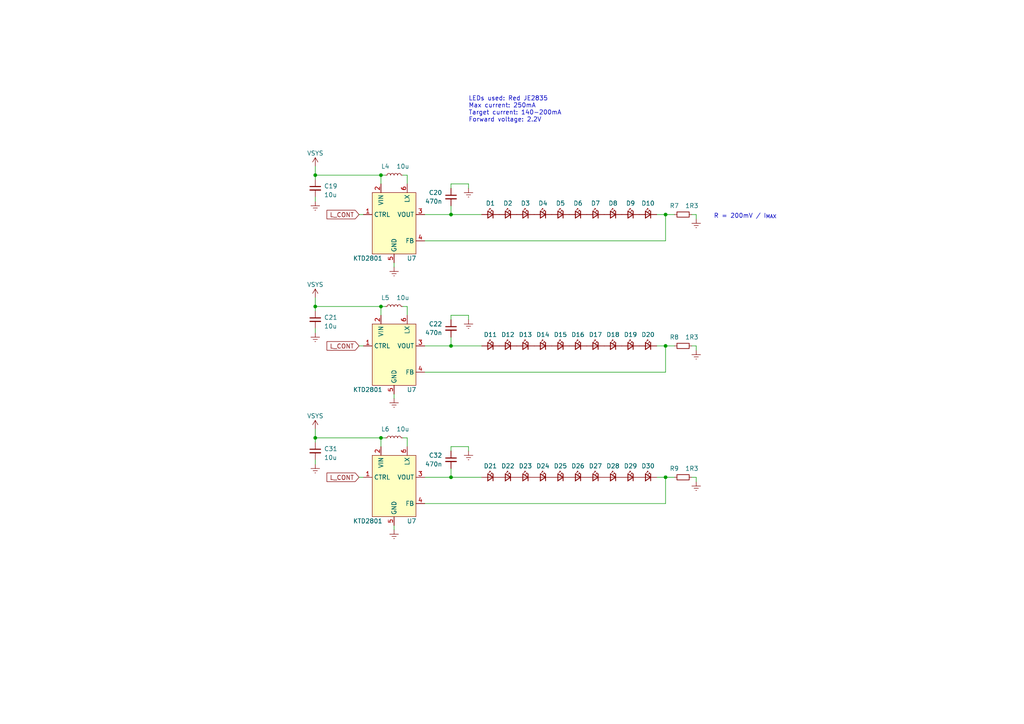
<source format=kicad_sch>
(kicad_sch (version 20230121) (generator eeschema)
  (paper "A4")
  (title_block (title "Aitken - Lights") (date "2023-10-29") (rev "0.1") (company "b1u3-22"))
  (lib_symbols
    (symbol "Device:C_Small" (pin_numbers hide) (pin_names (offset 0.254) hide)
      (property "Reference" "C" (at 0.254 1.778 0))
      (property "Value" "C_Small" (at 0.254 -2.032 0))
      (symbol "C_Small_0_1"
        (polyline (pts (xy -1.524 -0.508) (xy 1.524 -0.508)) (stroke (width 0.3302)))
        (polyline (pts (xy -1.524 0.508) (xy 1.524 0.508)) (stroke (width 0.3048)))
      )
      (symbol "C_Small_1_1"
        (pin passive line (at 0 2.54 270) (length 2.032) (name "~") (number "1"))
        (pin passive line (at 0 -2.54 90) (length 2.032) (name "~") (number "2"))
      )
    )
    (symbol "Device:LED_Small" (pin_numbers hide) (pin_names (offset 0.254) hide)
      (property "Reference" "D" (at -1.27 3.175 0))
      (property "Value" "LED_Small" (at -4.445 -2.54 0))
      (symbol "LED_Small_0_1"
        (polyline (pts (xy -0.762 -1.016) (xy -0.762 1.016)) (stroke (width 0.254)))
        (polyline (pts (xy 1.016 0) (xy -0.762 0)))
        (polyline (pts (xy 0.762 -1.016) (xy -0.762 0) (xy 0.762 1.016) (xy 0.762 -1.016)) (stroke (width 0.254)))
        (polyline (pts (xy 0 0.762) (xy -0.508 1.27) (xy -0.254 1.27) (xy -0.508 1.27) (xy -0.508 1.016)))
        (polyline (pts (xy 0.508 1.27) (xy 0 1.778) (xy 0.254 1.778) (xy 0 1.778) (xy 0 1.524)))
      )
      (symbol "LED_Small_1_1"
        (pin passive line (at -2.54 0 0) (length 1.778) (name "K") (number "1"))
        (pin passive line (at 2.54 0 180) (length 1.778) (name "A") (number "2"))
      )
    )
    (symbol "Device:L_Small" (pin_numbers hide) (pin_names (offset 0.254) hide)
      (property "Reference" "L" (at 0.762 1.016 0))
      (property "Value" "L_Small" (at 0.762 -1.016 0))
      (symbol "L_Small_0_1"
        (arc (start 0 -2.032) (mid 0.5058 -1.524) (end 0 -1.016))
        (arc (start 0 -1.016) (mid 0.5058 -0.508) (end 0 0))
        (arc (start 0 0) (mid 0.5058 0.508) (end 0 1.016))
        (arc (start 0 1.016) (mid 0.5058 1.524) (end 0 2.032))
      )
      (symbol "L_Small_1_1"
        (pin passive line (at 0 2.54 270) (length 0.508) (name "~") (number "1"))
        (pin passive line (at 0 -2.54 90) (length 0.508) (name "~") (number "2"))
      )
    )
    (symbol "Device:R_Small" (pin_numbers hide) (pin_names (offset 0.254) hide)
      (property "Reference" "R" (at 0.762 0.508 0))
      (property "Value" "R_Small" (at 0.762 -1.016 0))
      (symbol "R_Small_0_1"
        (rectangle (start -0.762 1.778) (end 0.762 -1.778) (stroke (width 0.2032)))
      )
      (symbol "R_Small_1_1"
        (pin passive line (at 0 2.54 270) (length 0.762) (name "~") (number "1"))
        (pin passive line (at 0 -2.54 90) (length 0.762) (name "~") (number "2"))
      )
    )
    (symbol "Drivers_LED:KTD2801"
      (property "Reference" "U" (at 8.89 -5.08 0))
      (property "Value" "KTD2801" (at -3.81 -5.08 0))
      (symbol "KTD2801_1_1"
        (rectangle (start -3.81 13.97) (end 8.89 -3.81) (fill (type background)))
        (pin input line (at -6.35 7.62 0) (length 2.54) (name "CTRL") (number "1"))
        (pin power_in line (at -1.27 16.51 270) (length 2.54) (name "VIN") (number "2"))
        (pin power_out line (at 11.43 7.62 180) (length 2.54) (name "VOUT") (number "3"))
        (pin input line (at 11.43 0 180) (length 2.54) (name "FB") (number "4"))
        (pin passive line (at 2.54 -6.35 90) (length 2.54) (name "GND") (number "5"))
        (pin passive line (at 6.35 16.51 270) (length 2.54) (name "LX") (number "6"))
      )
    )
    (symbol "more_power:VSYS" (power) (pin_names (offset 0))
      (property "Value" "VSYS" (at 0 3.81 0))
      (symbol "VSYS_0_1"
        (polyline (pts (xy -0.762 1.27) (xy 0 2.54)))
        (polyline (pts (xy 0 0) (xy 0 2.54)))
        (polyline (pts (xy 0 2.54) (xy 0.762 1.27)))
      )
      (symbol "VSYS_1_1"
        (pin power_in line (at 0 0 90) (length 0) hide (name "VSYS") (number "1"))
      )
    )
    (symbol "power:Earth" (power) (pin_names (offset 0))
      (symbol "Earth_0_1"
        (polyline (pts (xy -0.635 -1.905) (xy 0.635 -1.905)))
        (polyline (pts (xy -0.127 -2.54) (xy 0.127 -2.54)))
        (polyline (pts (xy 0 -1.27) (xy 0 0)))
        (polyline (pts (xy 1.27 -1.27) (xy -1.27 -1.27)))
      )
      (symbol "Earth_1_1"
        (pin power_in line (at 0 0 270) (length 0) hide (name "Earth") (number "1"))
      )
    )
  )
  (junction (at 91.44 88.9))
  (junction (at 130.81 100.33))
  (junction (at 91.44 127))
  (junction (at 193.04 138.43))
  (junction (at 91.44 50.8))
  (junction (at 130.81 138.43))
  (junction (at 193.04 100.33))
  (junction (at 110.49 127))
  (junction (at 193.04 62.23))
  (junction (at 130.81 62.23))
  (junction (at 110.49 50.8))
  (junction (at 110.49 88.9))
  (wire (pts (xy 200.66 100.33) (xy 201.93 100.33)))
  (wire (pts (xy 91.44 50.8) (xy 91.44 52.07)))
  (wire (pts (xy 201.93 100.33) (xy 201.93 101.6)))
  (wire (pts (xy 114.3 76.2) (xy 114.3 77.47)))
  (wire (pts (xy 104.14 100.33) (xy 105.41 100.33)))
  (wire (pts (xy 193.04 107.95) (xy 193.04 100.33)))
  (wire (pts (xy 123.19 69.85) (xy 193.04 69.85)))
  (wire (pts (xy 201.93 62.23) (xy 201.93 63.5)))
  (wire (pts (xy 110.49 127) (xy 111.76 127)))
  (wire (pts (xy 130.81 138.43) (xy 130.81 135.89)))
  (wire (pts (xy 130.81 130.81) (xy 130.81 129.54)))
  (wire (pts (xy 130.81 100.33) (xy 139.7 100.33)))
  (wire (pts (xy 91.44 88.9) (xy 91.44 90.17)))
  (wire (pts (xy 190.5 100.33) (xy 193.04 100.33)))
  (wire (pts (xy 91.44 57.15) (xy 91.44 58.42)))
  (wire (pts (xy 130.81 92.71) (xy 130.81 91.44)))
  (wire (pts (xy 110.49 91.44) (xy 110.49 88.9)))
  (wire (pts (xy 114.3 114.3) (xy 114.3 115.57)))
  (wire (pts (xy 91.44 133.35) (xy 91.44 134.62)))
  (wire (pts (xy 116.84 127) (xy 118.11 127)))
  (wire (pts (xy 130.81 129.54) (xy 135.89 129.54)))
  (wire (pts (xy 110.49 127) (xy 91.44 127)))
  (wire (pts (xy 110.49 129.54) (xy 110.49 127)))
  (wire (pts (xy 118.11 127) (xy 118.11 129.54)))
  (wire (pts (xy 130.81 62.23) (xy 139.7 62.23)))
  (wire (pts (xy 91.44 127) (xy 91.44 128.27)))
  (wire (pts (xy 193.04 100.33) (xy 195.58 100.33)))
  (wire (pts (xy 114.3 152.4) (xy 114.3 153.67)))
  (wire (pts (xy 135.89 129.54) (xy 135.89 130.81)))
  (wire (pts (xy 110.49 53.34) (xy 110.49 50.8)))
  (wire (pts (xy 193.04 138.43) (xy 195.58 138.43)))
  (wire (pts (xy 190.5 62.23) (xy 193.04 62.23)))
  (wire (pts (xy 116.84 88.9) (xy 118.11 88.9)))
  (wire (pts (xy 91.44 127) (xy 91.44 124.46)))
  (wire (pts (xy 118.11 50.8) (xy 118.11 53.34)))
  (wire (pts (xy 200.66 138.43) (xy 201.93 138.43)))
  (wire (pts (xy 104.14 62.23) (xy 105.41 62.23)))
  (wire (pts (xy 130.81 54.61) (xy 130.81 53.34)))
  (wire (pts (xy 110.49 50.8) (xy 91.44 50.8)))
  (wire (pts (xy 104.14 138.43) (xy 105.41 138.43)))
  (wire (pts (xy 193.04 62.23) (xy 195.58 62.23)))
  (wire (pts (xy 123.19 62.23) (xy 130.81 62.23)))
  (wire (pts (xy 110.49 88.9) (xy 91.44 88.9)))
  (wire (pts (xy 123.19 146.05) (xy 193.04 146.05)))
  (wire (pts (xy 91.44 50.8) (xy 91.44 48.26)))
  (wire (pts (xy 123.19 107.95) (xy 193.04 107.95)))
  (wire (pts (xy 110.49 88.9) (xy 111.76 88.9)))
  (wire (pts (xy 135.89 91.44) (xy 135.89 92.71)))
  (wire (pts (xy 130.81 62.23) (xy 130.81 59.69)))
  (wire (pts (xy 130.81 91.44) (xy 135.89 91.44)))
  (wire (pts (xy 116.84 50.8) (xy 118.11 50.8)))
  (wire (pts (xy 91.44 95.25) (xy 91.44 96.52)))
  (wire (pts (xy 201.93 138.43) (xy 201.93 139.7)))
  (wire (pts (xy 110.49 50.8) (xy 111.76 50.8)))
  (wire (pts (xy 91.44 88.9) (xy 91.44 86.36)))
  (wire (pts (xy 193.04 69.85) (xy 193.04 62.23)))
  (wire (pts (xy 130.81 138.43) (xy 139.7 138.43)))
  (wire (pts (xy 118.11 88.9) (xy 118.11 91.44)))
  (wire (pts (xy 193.04 146.05) (xy 193.04 138.43)))
  (wire (pts (xy 123.19 138.43) (xy 130.81 138.43)))
  (wire (pts (xy 123.19 100.33) (xy 130.81 100.33)))
  (wire (pts (xy 190.5 138.43) (xy 193.04 138.43)))
  (wire (pts (xy 130.81 100.33) (xy 130.81 97.79)))
  (wire (pts (xy 135.89 53.34) (xy 135.89 54.61)))
  (wire (pts (xy 200.66 62.23) (xy 201.93 62.23)))
  (wire (pts (xy 130.81 53.34) (xy 135.89 53.34)))
  (text "R = 200mV / I_{MAX}" (at 207.01 63.5 0) (effects (font (size 1.27 1.27)) (justify left bottom)))
  (text "LEDs used: Red JE2835\nMax current: 250mA\nTarget current: 140-200mA\nForward voltage: 2.2V" (at 135.89 35.56 0) (effects (font (size 1.27 1.27)) (justify left bottom)))
  (global_label "L_CONT" (shape input) (at 104.14 138.43 180) (property "Intersheetrefs" "${INTERSHEET_REFS}" (effects hide)))
  (global_label "L_CONT" (shape input) (at 104.14 100.33 180) (property "Intersheetrefs" "${INTERSHEET_REFS}" (effects hide)))
  (global_label "L_CONT" (shape input) (at 104.14 62.23 180) (property "Intersheetrefs" "${INTERSHEET_REFS}" (effects hide)))
  (symbol (lib_id "Drivers_LED:KTD2801") (at 111.76 69.85 0) (unit 1)
    (property "Reference" "U7" (at 119.38 74.93 0))
    (property "Value" "KTD2801" (at 106.68 74.93 0))
    (property "Footprint" "Package_DFN_QFN:DFN-6-1EP_2x2mm_P0.65mm_EP1x1.6mm" (effects hide))
    (property "Datasheet" "https://www.kinet-ic.com/uploads/KTD2801-04b.pdf" (effects hide))
  )
  (symbol (lib_id "Device:C_Small") (at 130.81 95.25 0) (mirror y) (unit 1)
    (property "Reference" "C22" (at 128.27 93.98 0) (effects (justify left)))
    (property "Value" "470n" (at 128.27 96.52 0) (effects (justify left)))
    (property "Footprint" "Capacitor_SMD:C_0805_2012Metric" (effects hide))
  )
  (symbol (lib_id "Device:LED_Small") (at 147.32 62.23 0) (mirror y) (unit 1)
    (property "Reference" "D2" (at 147.32 59.69 0) (effects (justify bottom)))
    (property "Value" "LED" (effects hide))
    (property "Footprint" "SMD-1411:LED_EAHC2835WD6" (effects hide))
  )
  (symbol (lib_id "Device:LED_Small") (at 172.72 138.43 0) (mirror y) (unit 1)
    (property "Reference" "D27" (at 172.72 135.89 0) (effects (justify bottom)))
    (property "Value" "LED" (effects hide))
    (property "Footprint" "SMD-1411:LED_EAHC2835WD6" (effects hide))
  )
  (symbol (lib_id "Device:C_Small") (at 91.44 130.81 0) (unit 1)
    (property "Reference" "C31" (at 93.98 130.1813 0) (effects (justify left)))
    (property "Value" "10u" (at 93.98 132.7213 0) (effects (justify left)))
    (property "Footprint" "Capacitor_SMD:C_0603_1608Metric" (effects hide))
  )
  (symbol (lib_id "Drivers_LED:KTD2801") (at 111.76 107.95 0) (unit 1)
    (property "Reference" "U7" (at 119.38 113.03 0))
    (property "Value" "KTD2801" (at 106.68 113.03 0))
    (property "Footprint" "Package_DFN_QFN:DFN-6-1EP_2x2mm_P0.65mm_EP1x1.6mm" (effects hide))
    (property "Datasheet" "https://www.kinet-ic.com/uploads/KTD2801-04b.pdf" (effects hide))
    (instances (project "Aitken" (path "" (reference "U7") (unit 1)) (path "" (reference "U8") (unit 1))))
  )
  (symbol (lib_id "Device:C_Small") (at 91.44 54.61 0) (unit 1)
    (property "Reference" "C19" (at 93.98 53.9813 0) (effects (justify left)))
    (property "Value" "10u" (at 93.98 56.5213 0) (effects (justify left)))
    (property "Footprint" "Capacitor_SMD:C_0603_1608Metric" (effects hide))
  )
  (symbol (lib_id "Device:LED_Small") (at 177.8 62.23 0) (mirror y) (unit 1)
    (property "Reference" "D8" (at 177.8 59.69 0) (effects (justify bottom)))
    (property "Value" "LED" (effects hide))
    (property "Footprint" "SMD-1411:LED_EAHC2835WD6" (effects hide))
  )
  (symbol (lib_id "Device:LED_Small") (at 172.72 62.23 0) (mirror y) (unit 1)
    (property "Reference" "D7" (at 172.72 59.69 0) (effects (justify bottom)))
    (property "Value" "LED" (effects hide))
    (property "Footprint" "SMD-1411:LED_EAHC2835WD6" (effects hide))
  )
  (symbol (lib_id "Device:LED_Small") (at 182.88 138.43 0) (mirror y) (unit 1)
    (property "Reference" "D29" (at 182.88 135.89 0) (effects (justify bottom)))
    (property "Value" "LED" (effects hide))
    (property "Footprint" "SMD-1411:LED_EAHC2835WD6" (effects hide))
  )
  (symbol (lib_id "Device:LED_Small") (at 157.48 62.23 0) (mirror y) (unit 1)
    (property "Reference" "D4" (at 157.48 59.69 0) (effects (justify bottom)))
    (property "Value" "LED" (effects hide))
    (property "Footprint" "SMD-1411:LED_EAHC2835WD6" (effects hide))
  )
  (symbol (lib_id "Device:LED_Small") (at 142.24 100.33 0) (mirror y) (unit 1)
    (property "Reference" "D11" (at 142.24 97.79 0) (effects (justify bottom)))
    (property "Value" "LED" (effects hide))
    (property "Footprint" "SMD-1411:LED_EAHC2835WD6" (effects hide))
  )
  (symbol (lib_id "power:Earth") (at 135.89 130.81 0) (unit 1)
    (property "Reference" "#PWR026" (effects hide))
    (property "Value" "Earth" (effects hide))
    (instances (project "Aitken" (path "" (reference "#PWR026") (unit 1)) (path "" (reference "#PWR055") (unit 1))))
  )
  (symbol (lib_id "Device:LED_Small") (at 152.4 100.33 0) (mirror y) (unit 1)
    (property "Reference" "D13" (at 152.4 97.79 0) (effects (justify bottom)))
    (property "Value" "LED" (effects hide))
    (property "Footprint" "SMD-1411:LED_EAHC2835WD6" (effects hide))
  )
  (symbol (lib_id "Device:LED_Small") (at 152.4 62.23 0) (mirror y) (unit 1)
    (property "Reference" "D3" (at 152.4 59.69 0) (effects (justify bottom)))
    (property "Value" "LED" (effects hide))
    (property "Footprint" "SMD-1411:LED_EAHC2835WD6" (effects hide))
  )
  (symbol (lib_id "Device:LED_Small") (at 142.24 138.43 0) (mirror y) (unit 1)
    (property "Reference" "D21" (at 142.24 135.89 0) (effects (justify bottom)))
    (property "Value" "LED" (effects hide))
    (property "Footprint" "SMD-1411:LED_EAHC2835WD6" (effects hide))
  )
  (symbol (lib_id "power:Earth") (at 201.93 101.6 0) (unit 1)
    (property "Reference" "#PWR026" (effects hide))
    (property "Value" "Earth" (effects hide))
    (instances (project "Aitken" (path "" (reference "#PWR026") (unit 1)) (path "" (reference "#PWR051") (unit 1))))
  )
  (symbol (lib_id "power:Earth") (at 114.3 153.67 0) (unit 1)
    (property "Reference" "#PWR026" (effects hide))
    (property "Value" "Earth" (effects hide))
    (instances (project "Aitken" (path "" (reference "#PWR026") (unit 1)) (path "" (reference "#PWR054") (unit 1))))
  )
  (symbol (lib_id "Device:L_Small") (at 114.3 127 90) (unit 1)
    (property "Reference" "L6" (at 111.76 124.46 90))
    (property "Value" "10u" (at 116.84 124.46 90))
    (property "Footprint" "SMD 1616:IND_XFL4020-102MEC" (effects hide))
  )
  (symbol (lib_id "Device:C_Small") (at 130.81 133.35 0) (mirror y) (unit 1)
    (property "Reference" "C32" (at 128.27 132.08 0) (effects (justify left)))
    (property "Value" "470n" (at 128.27 134.62 0) (effects (justify left)))
    (property "Footprint" "Capacitor_SMD:C_0805_2012Metric" (effects hide))
  )
  (symbol (lib_id "Device:LED_Small") (at 177.8 100.33 0) (mirror y) (unit 1)
    (property "Reference" "D18" (at 177.8 97.79 0) (effects (justify bottom)))
    (property "Value" "LED" (effects hide))
    (property "Footprint" "SMD-1411:LED_EAHC2835WD6" (effects hide))
  )
  (symbol (lib_id "power:Earth") (at 91.44 134.62 0) (unit 1)
    (property "Reference" "#PWR026" (effects hide))
    (property "Value" "Earth" (effects hide))
    (instances (project "Aitken" (path "" (reference "#PWR026") (unit 1)) (path "" (reference "#PWR053") (unit 1))))
  )
  (symbol (lib_id "Device:LED_Small") (at 187.96 62.23 0) (mirror y) (unit 1)
    (property "Reference" "D10" (at 187.96 59.69 0) (effects (justify bottom)))
    (property "Value" "LED" (effects hide))
    (property "Footprint" "SMD-1411:LED_EAHC2835WD6" (effects hide))
  )
  (symbol (lib_id "Device:LED_Small") (at 147.32 138.43 0) (mirror y) (unit 1)
    (property "Reference" "D22" (at 147.32 135.89 0) (effects (justify bottom)))
    (property "Value" "LED" (effects hide))
    (property "Footprint" "SMD-1411:LED_EAHC2835WD6" (effects hide))
  )
  (symbol (lib_id "Device:LED_Small") (at 187.96 100.33 0) (mirror y) (unit 1)
    (property "Reference" "D20" (at 187.96 97.79 0) (effects (justify bottom)))
    (property "Value" "LED" (effects hide))
    (property "Footprint" "SMD-1411:LED_EAHC2835WD6" (effects hide))
  )
  (symbol (lib_id "Device:R_Small") (at 198.12 100.33 90) (unit 1)
    (property "Reference" "R8" (at 195.58 97.79 90))
    (property "Value" "1R3" (at 200.66 97.79 90))
    (property "Footprint" "Resistor_SMD:R_0805_2012Metric" (effects hide))
  )
  (symbol (lib_id "Drivers_LED:KTD2801") (at 111.76 146.05 0) (unit 1)
    (property "Reference" "U7" (at 119.38 151.13 0))
    (property "Value" "KTD2801" (at 106.68 151.13 0))
    (property "Footprint" "Package_DFN_QFN:DFN-6-1EP_2x2mm_P0.65mm_EP1x1.6mm" (effects hide))
    (property "Datasheet" "https://www.kinet-ic.com/uploads/KTD2801-04b.pdf" (effects hide))
    (instances (project "Aitken" (path "" (reference "U7") (unit 1)) (path "" (reference "U9") (unit 1))))
  )
  (symbol (lib_id "Device:LED_Small") (at 172.72 100.33 0) (mirror y) (unit 1)
    (property "Reference" "D17" (at 172.72 97.79 0) (effects (justify bottom)))
    (property "Value" "LED" (effects hide))
    (property "Footprint" "SMD-1411:LED_EAHC2835WD6" (effects hide))
  )
  (symbol (lib_id "Device:LED_Small") (at 187.96 138.43 0) (mirror y) (unit 1)
    (property "Reference" "D30" (at 187.96 135.89 0) (effects (justify bottom)))
    (property "Value" "LED" (effects hide))
    (property "Footprint" "SMD-1411:LED_EAHC2835WD6" (effects hide))
  )
  (symbol (lib_id "Device:LED_Small") (at 142.24 62.23 0) (mirror y) (unit 1)
    (property "Reference" "D1" (at 142.24 59.69 0) (effects (justify bottom)))
    (property "Value" "LED" (effects hide))
    (property "Footprint" "SMD-1411:LED_EAHC2835WD6" (effects hide))
  )
  (symbol (lib_id "power:Earth") (at 201.93 139.7 0) (unit 1)
    (property "Reference" "#PWR026" (effects hide))
    (property "Value" "Earth" (effects hide))
    (instances (project "Aitken" (path "" (reference "#PWR026") (unit 1)) (path "" (reference "#PWR072") (unit 1))))
  )
  (symbol (lib_id "power:Earth") (at 114.3 115.57 0) (unit 1)
    (property "Reference" "#PWR026" (effects hide))
    (property "Value" "Earth" (effects hide))
    (instances (project "Aitken" (path "" (reference "#PWR026") (unit 1)) (path "" (reference "#PWR049") (unit 1))))
  )
  (symbol (lib_id "power:Earth") (at 91.44 96.52 0) (unit 1)
    (property "Reference" "#PWR026" (effects hide))
    (property "Value" "Earth" (effects hide))
    (instances (project "Aitken" (path "" (reference "#PWR026") (unit 1)) (path "" (reference "#PWR044") (unit 1))))
  )
  (symbol (lib_id "power:Earth") (at 135.89 92.71 0) (unit 1)
    (property "Reference" "#PWR026" (effects hide))
    (property "Value" "Earth" (effects hide))
    (instances (project "Aitken" (path "" (reference "#PWR026") (unit 1)) (path "" (reference "#PWR050") (unit 1))))
  )
  (symbol (lib_id "power:Earth") (at 114.3 77.47 0) (unit 1)
    (property "Reference" "#PWR026" (effects hide))
    (property "Value" "Earth" (effects hide))
  )
  (symbol (lib_id "power:Earth") (at 135.89 54.61 0) (unit 1)
    (property "Reference" "#PWR026" (effects hide))
    (property "Value" "Earth" (effects hide))
    (instances (project "Aitken" (path "" (reference "#PWR026") (unit 1)) (path "" (reference "#PWR029") (unit 1))))
  )
  (symbol (lib_id "power:Earth") (at 201.93 63.5 0) (unit 1)
    (property "Reference" "#PWR026" (effects hide))
    (property "Value" "Earth" (effects hide))
    (instances (project "Aitken" (path "" (reference "#PWR026") (unit 1)) (path "" (reference "#PWR030") (unit 1))))
  )
  (symbol (lib_id "Device:C_Small") (at 91.44 92.71 0) (unit 1)
    (property "Reference" "C21" (at 93.98 92.0813 0) (effects (justify left)))
    (property "Value" "10u" (at 93.98 94.6213 0) (effects (justify left)))
    (property "Footprint" "Capacitor_SMD:C_0603_1608Metric" (effects hide))
  )
  (symbol (lib_id "more_power:VSYS") (at 91.44 124.46 0) (unit 1)
    (property "Reference" "#PWR052" (effects hide))
    (property "Value" "VSYS" (at 91.44 120.65 0))
  )
  (symbol (lib_id "Device:R_Small") (at 198.12 62.23 90) (unit 1)
    (property "Reference" "R7" (at 195.58 59.69 90))
    (property "Value" "1R3" (at 200.66 59.69 90))
    (property "Footprint" "Resistor_SMD:R_0805_2012Metric" (effects hide))
  )
  (symbol (lib_id "Device:LED_Small") (at 182.88 100.33 0) (mirror y) (unit 1)
    (property "Reference" "D19" (at 182.88 97.79 0) (effects (justify bottom)))
    (property "Value" "LED" (effects hide))
    (property "Footprint" "SMD-1411:LED_EAHC2835WD6" (effects hide))
  )
  (symbol (lib_id "Device:LED_Small") (at 157.48 138.43 0) (mirror y) (unit 1)
    (property "Reference" "D24" (at 157.48 135.89 0) (effects (justify bottom)))
    (property "Value" "LED" (effects hide))
    (property "Footprint" "SMD-1411:LED_EAHC2835WD6" (effects hide))
  )
  (symbol (lib_id "Device:LED_Small") (at 182.88 62.23 0) (mirror y) (unit 1)
    (property "Reference" "D9" (at 182.88 59.69 0) (effects (justify bottom)))
    (property "Value" "LED" (effects hide))
    (property "Footprint" "SMD-1411:LED_EAHC2835WD6" (effects hide))
  )
  (symbol (lib_id "Device:LED_Small") (at 177.8 138.43 0) (mirror y) (unit 1)
    (property "Reference" "D28" (at 177.8 135.89 0) (effects (justify bottom)))
    (property "Value" "LED" (effects hide))
    (property "Footprint" "SMD-1411:LED_EAHC2835WD6" (effects hide))
  )
  (symbol (lib_id "Device:LED_Small") (at 162.56 62.23 0) (mirror y) (unit 1)
    (property "Reference" "D5" (at 162.56 59.69 0) (effects (justify bottom)))
    (property "Value" "LED" (effects hide))
    (property "Footprint" "SMD-1411:LED_EAHC2835WD6" (effects hide))
  )
  (symbol (lib_id "Device:LED_Small") (at 162.56 138.43 0) (mirror y) (unit 1)
    (property "Reference" "D25" (at 162.56 135.89 0) (effects (justify bottom)))
    (property "Value" "LED" (effects hide))
    (property "Footprint" "SMD-1411:LED_EAHC2835WD6" (effects hide))
  )
  (symbol (lib_id "Device:LED_Small") (at 152.4 138.43 0) (mirror y) (unit 1)
    (property "Reference" "D23" (at 152.4 135.89 0) (effects (justify bottom)))
    (property "Value" "LED" (effects hide))
    (property "Footprint" "SMD-1411:LED_EAHC2835WD6" (effects hide))
  )
  (symbol (lib_id "more_power:VSYS") (at 91.44 86.36 0) (unit 1)
    (property "Reference" "#PWR043" (effects hide))
    (property "Value" "VSYS" (at 91.44 82.55 0))
  )
  (symbol (lib_id "Device:LED_Small") (at 147.32 100.33 0) (mirror y) (unit 1)
    (property "Reference" "D12" (at 147.32 97.79 0) (effects (justify bottom)))
    (property "Value" "LED" (effects hide))
    (property "Footprint" "SMD-1411:LED_EAHC2835WD6" (effects hide))
  )
  (symbol (lib_id "Device:LED_Small") (at 167.64 62.23 0) (mirror y) (unit 1)
    (property "Reference" "D6" (at 167.64 59.69 0) (effects (justify bottom)))
    (property "Value" "LED" (effects hide))
    (property "Footprint" "SMD-1411:LED_EAHC2835WD6" (effects hide))
  )
  (symbol (lib_id "Device:LED_Small") (at 167.64 138.43 0) (mirror y) (unit 1)
    (property "Reference" "D26" (at 167.64 135.89 0) (effects (justify bottom)))
    (property "Value" "LED" (effects hide))
    (property "Footprint" "SMD-1411:LED_EAHC2835WD6" (effects hide))
  )
  (symbol (lib_id "Device:LED_Small") (at 157.48 100.33 0) (mirror y) (unit 1)
    (property "Reference" "D14" (at 157.48 97.79 0) (effects (justify bottom)))
    (property "Value" "LED" (effects hide))
    (property "Footprint" "SMD-1411:LED_EAHC2835WD6" (effects hide))
  )
  (symbol (lib_id "power:Earth") (at 91.44 58.42 0) (unit 1)
    (property "Reference" "#PWR026" (effects hide))
    (property "Value" "Earth" (effects hide))
    (instances (project "Aitken" (path "" (reference "#PWR026") (unit 1)) (path "" (reference "#PWR028") (unit 1))))
  )
  (symbol (lib_id "Device:LED_Small") (at 162.56 100.33 0) (mirror y) (unit 1)
    (property "Reference" "D15" (at 162.56 97.79 0) (effects (justify bottom)))
    (property "Value" "LED" (effects hide))
    (property "Footprint" "SMD-1411:LED_EAHC2835WD6" (effects hide))
  )
  (symbol (lib_id "Device:LED_Small") (at 167.64 100.33 0) (mirror y) (unit 1)
    (property "Reference" "D16" (at 167.64 97.79 0) (effects (justify bottom)))
    (property "Value" "LED" (effects hide))
    (property "Footprint" "SMD-1411:LED_EAHC2835WD6" (effects hide))
  )
  (symbol (lib_id "Device:C_Small") (at 130.81 57.15 0) (mirror y) (unit 1)
    (property "Reference" "C20" (at 128.27 55.88 0) (effects (justify left)))
    (property "Value" "470n" (at 128.27 58.42 0) (effects (justify left)))
    (property "Footprint" "Capacitor_SMD:C_0805_2012Metric" (effects hide))
  )
  (symbol (lib_id "Device:L_Small") (at 114.3 50.8 90) (unit 1)
    (property "Reference" "L4" (at 111.76 48.26 90))
    (property "Value" "10u" (at 116.84 48.26 90))
    (property "Footprint" "SMD 1616:IND_XFL4020-102MEC" (effects hide))
  )
  (symbol (lib_id "Device:R_Small") (at 198.12 138.43 90) (unit 1)
    (property "Reference" "R9" (at 195.58 135.89 90))
    (property "Value" "1R3" (at 200.66 135.89 90))
    (property "Footprint" "Resistor_SMD:R_0805_2012Metric" (effects hide))
  )
  (symbol (lib_id "more_power:VSYS") (at 91.44 48.26 0) (unit 1)
    (property "Reference" "#PWR027" (effects hide))
    (property "Value" "VSYS" (at 91.44 44.45 0))
  )
  (symbol (lib_id "Device:L_Small") (at 114.3 88.9 90) (unit 1)
    (property "Reference" "L5" (at 111.76 86.36 90))
    (property "Value" "10u" (at 116.84 86.36 90))
    (property "Footprint" "SMD 1616:IND_XFL4020-102MEC" (effects hide))
  )
)
</source>
